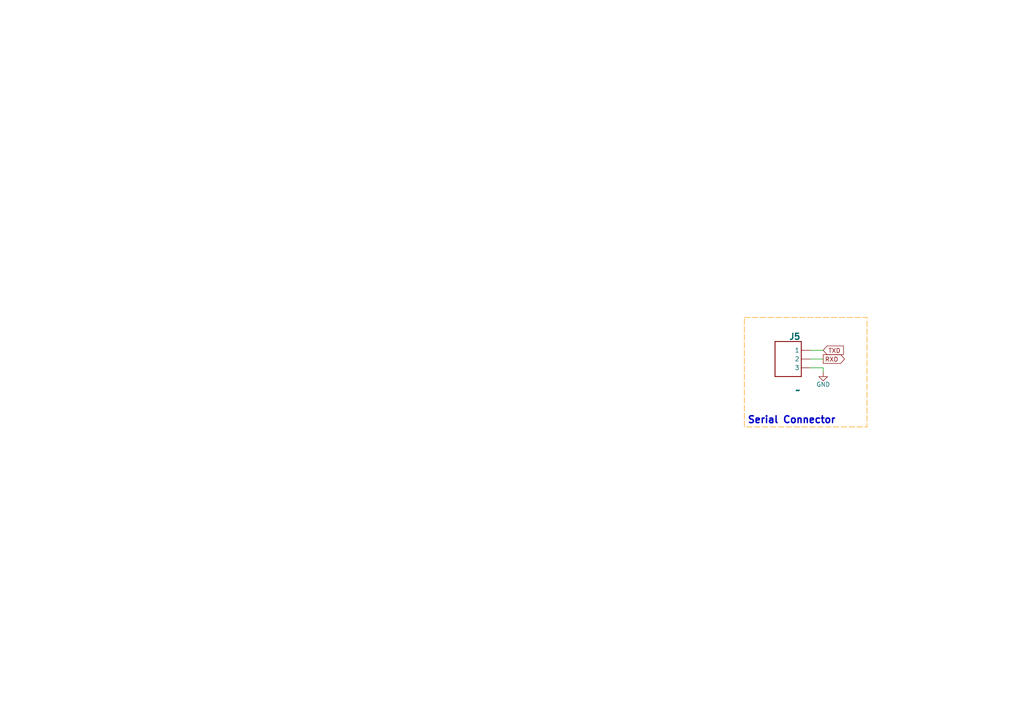
<source format=kicad_sch>
(kicad_sch (version 20250114) (generator "eeschema") (generator_version "9.0")
  (paper "A4")
  (lib_symbols
    (symbol "CRGM Connector:JST-SH-3"
      (property "Reference" "J" (at 0 2.794 0))
      (symbol "JST-SH-3_1_0"
        (polyline (pts (xy 0 2.54) (xy 7.62 2.54)) (stroke (width 0.254)))
        (polyline (pts (xy 0 -7.62) (xy 0 2.54)) (stroke (width 0.254)))
        (polyline (pts (xy 7.62 2.54) (xy 7.62 -7.62)) (stroke (width 0.254)))
        (polyline (pts (xy 7.62 -7.62) (xy 0 -7.62)) (stroke (width 0.254)))
        (pin passive line (at -2.54 0 0) (length 2.54) (name "1") (number "1"))
        (pin passive line (at -2.54 -2.54 0) (length 2.54) (name "2") (number "2"))
        (pin passive line (at -2.54 -5.08 0) (length 2.54) (name "3") (number "3"))
      )
    )
    (symbol "power:GND" (power) (pin_numbers (hide yes)) (pin_names (offset 0) (hide yes))
      (property "Value" "GND" (at 0 -3.81 0))
      (symbol "GND_0_1"
        (polyline (pts (xy 0 0) (xy 0 -1.27) (xy 1.27 -1.27) (xy 0 -2.54) (xy -1.27 -1.27) (xy 0 -1.27)))
      )
      (symbol "GND_1_1"
        (pin power_in line (at 0 0 270) (length 0) (name "~") (number "1"))
      )
    )
  )
  (rectangle (start 215.9 92.075) (end 251.46 123.825) (stroke (width 0) (type dash) (color 255 153 0 1)))
  (text "Serial Connector" (at 229.616 121.92 0) (effects (font (size 2 2) (thickness 0.4) (bold yes))))
  (wire (pts (xy 234.95 101.6) (xy 238.76 101.6)))
  (wire (pts (xy 238.76 107.95) (xy 238.76 106.68)))
  (wire (pts (xy 234.95 104.14) (xy 238.76 104.14)))
  (wire (pts (xy 238.76 106.68) (xy 234.95 106.68)))
  (global_label "RXD" (shape output) (at 238.76 104.14 0) (property "Intersheetrefs" "${INTERSHEET_REFS}" (at 245.4947 104.14 0) (effects (justify left))))
  (global_label "TXD" (shape input) (at 238.76 101.6 0) (property "Intersheetrefs" "${INTERSHEET_REFS}" (at 245.1923 101.6 0) (effects (justify left))))
  (symbol (lib_id "power:GND") (at 238.76 107.95 0) (unit 1)
    (property "Reference" "#PWR023" (effects (hide yes)))
    (property "Value" "GND" (at 238.76 111.506 0))
    (property "Description" "Power symbol creates a global label with name \"GND\" , ground" (effects (hide yes)))
  )
  (symbol (lib_id "CRGM Connector:JST-SH-3") (at 232.41 101.6 0) (mirror y) (unit 1)
    (property "Reference" "J5" (at 232.41 98.806 0) (effects (font (size 1.778 1.778) (thickness 0.3556) (bold yes)) (justify left bottom)))
    (property "Value" "~" (at 232.41 112.014 0) (effects (font (size 1.778 1.778) (thickness 0.3556) (bold yes)) (justify left top)))
    (property "Footprint" "Connector_JST:JST_SH_BM03B-SRSS-TB_1x03-1MP_P1.00mm_Vertical" (effects (hide yes)))
    (property "Description" "JST SH 1.0mm 3 Position" (effects (hide yes)))
    (property "MN" "JST" (effects (hide yes)))
    (property "MPN" "BM03B-SRSS-TB" (effects (hide yes)))
    (property "LCSC" "C2919600" (effects (hide yes)))
  )
)
</source>
